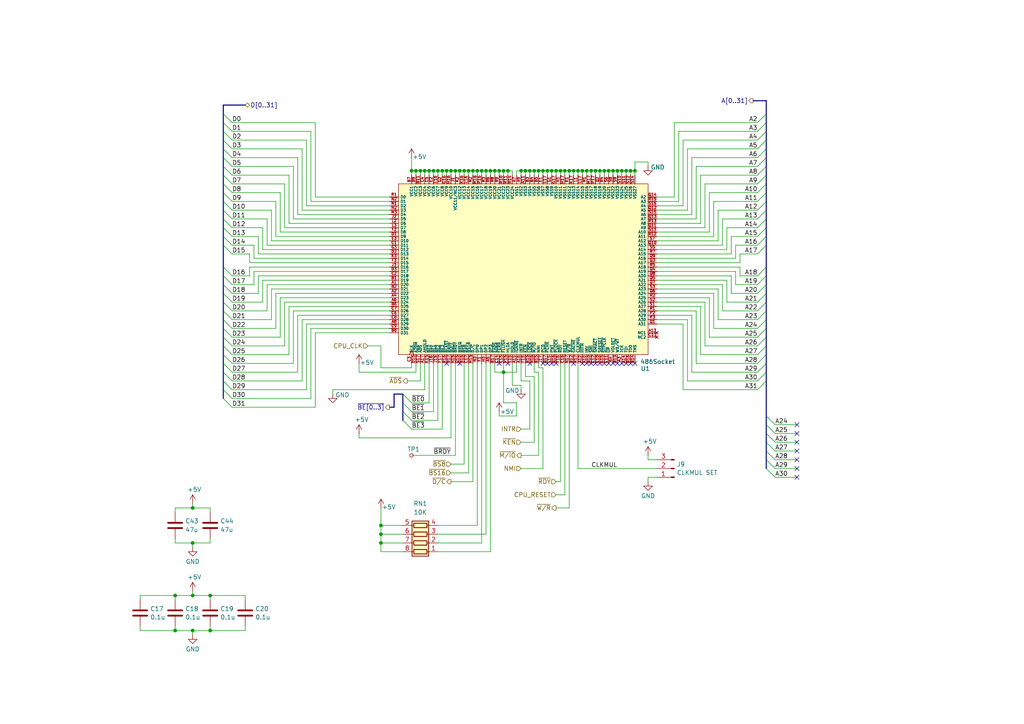
<source format=kicad_sch>
(kicad_sch (version 20250114) (generator "eeschema") (generator_version "9.0")
  (paper "A4")
  (title_block (title "486 Homebrew Computer") (date "2025-12-15") (rev "1 (sch 2.0)") (company "maniek86.xyz"))
  (junction (at 127 49.53))
  (junction (at 132.08 49.53))
  (junction (at 124.46 49.53))
  (junction (at 184.15 49.53))
  (junction (at 160.02 49.53))
  (junction (at 138.43 49.53))
  (junction (at 135.89 49.53))
  (junction (at 163.83 49.53))
  (junction (at 142.24 49.53))
  (junction (at 152.4 49.53))
  (junction (at 134.62 49.53))
  (junction (at 140.97 49.53))
  (junction (at 153.67 49.53))
  (junction (at 182.88 49.53))
  (junction (at 156.21 49.53))
  (junction (at 125.73 49.53))
  (junction (at 157.48 49.53))
  (junction (at 121.92 49.53))
  (junction (at 154.94 49.53))
  (junction (at 60.96 172.72))
  (junction (at 55.88 182.88))
  (junction (at 144.78 49.53))
  (junction (at 55.88 172.72))
  (junction (at 55.88 157.48))
  (junction (at 50.8 172.72))
  (junction (at 123.19 49.53))
  (junction (at 161.29 49.53))
  (junction (at 173.99 49.53))
  (junction (at 50.8 182.88))
  (junction (at 168.91 49.53))
  (junction (at 176.53 49.53))
  (junction (at 120.65 49.53))
  (junction (at 170.18 49.53))
  (junction (at 179.07 49.53))
  (junction (at 177.8 49.53))
  (junction (at 172.72 49.53))
  (junction (at 146.05 49.53))
  (junction (at 151.13 49.53))
  (junction (at 139.7 49.53))
  (junction (at 146.05 107.95))
  (junction (at 110.49 152.4))
  (junction (at 110.49 157.48))
  (junction (at 165.1 49.53))
  (junction (at 171.45 49.53))
  (junction (at 167.64 49.53))
  (junction (at 162.56 49.53))
  (junction (at 55.88 147.32))
  (junction (at 129.54 49.53))
  (junction (at 181.61 49.53))
  (junction (at 158.75 49.53))
  (junction (at 130.81 49.53))
  (junction (at 143.51 49.53))
  (junction (at 119.38 49.53))
  (junction (at 110.49 154.94))
  (junction (at 175.26 49.53))
  (junction (at 180.34 49.53))
  (junction (at 147.32 49.53))
  (junction (at 60.96 182.88))
  (junction (at 128.27 49.53))
  (junction (at 166.37 49.53))
  (junction (at 133.35 49.53))
  (junction (at 137.16 49.53))
  (no_connect (at 231.14 138.43))
  (no_connect (at 172.72 105.41))
  (no_connect (at 231.14 135.89))
  (no_connect (at 176.53 105.41))
  (no_connect (at 231.14 123.19))
  (no_connect (at 147.32 105.41))
  (no_connect (at 168.91 105.41))
  (no_connect (at 179.07 105.41))
  (no_connect (at 231.14 125.73))
  (no_connect (at 173.99 105.41))
  (no_connect (at 184.15 105.41))
  (no_connect (at 177.8 105.41))
  (no_connect (at 182.88 105.41))
  (no_connect (at 158.75 105.41))
  (no_connect (at 160.02 105.41))
  (no_connect (at 171.45 105.41))
  (no_connect (at 231.14 133.35))
  (no_connect (at 133.35 105.41))
  (no_connect (at 129.54 105.41))
  (no_connect (at 166.37 105.41))
  (no_connect (at 170.18 105.41))
  (no_connect (at 231.14 128.27))
  (no_connect (at 157.48 105.41))
  (no_connect (at 144.78 105.41))
  (no_connect (at 180.34 105.41))
  (no_connect (at 161.29 105.41))
  (no_connect (at 175.26 105.41))
  (no_connect (at 153.67 105.41))
  (no_connect (at 231.14 130.81))
  (no_connect (at 181.61 105.41))
  (bus_entry (at 222.25 133.35) (size 2.54 2.54))
  (bus_entry (at 67.31 66.04) (size -2.54 -2.54))
  (bus_entry (at 219.71 48.26) (size 2.54 -2.54))
  (bus_entry (at 67.31 102.87) (size -2.54 -2.54))
  (bus_entry (at 219.71 66.04) (size 2.54 -2.54))
  (bus_entry (at 67.31 53.34) (size -2.54 -2.54))
  (bus_entry (at 67.31 105.41) (size -2.54 -2.54))
  (bus_entry (at 219.71 87.63) (size 2.54 -2.54))
  (bus_entry (at 67.31 43.18) (size -2.54 -2.54))
  (bus_entry (at 67.31 92.71) (size -2.54 -2.54))
  (bus_entry (at 219.71 38.1) (size 2.54 -2.54))
  (bus_entry (at 67.31 55.88) (size -2.54 -2.54))
  (bus_entry (at 219.71 45.72) (size 2.54 -2.54))
  (bus_entry (at 67.31 80.01) (size -2.54 -2.54))
  (bus_entry (at 67.31 40.64) (size -2.54 -2.54))
  (bus_entry (at 219.71 71.12) (size 2.54 -2.54))
  (bus_entry (at 219.71 60.96) (size 2.54 -2.54))
  (bus_entry (at 219.71 55.88) (size 2.54 -2.54))
  (bus_entry (at 219.71 82.55) (size 2.54 -2.54))
  (bus_entry (at 222.25 123.19) (size 2.54 2.54))
  (bus_entry (at 222.25 125.73) (size 2.54 2.54))
  (bus_entry (at 67.31 63.5) (size -2.54 -2.54))
  (bus_entry (at 67.31 115.57) (size -2.54 -2.54))
  (bus_entry (at 222.25 135.89) (size 2.54 2.54))
  (bus_entry (at 219.71 50.8) (size 2.54 -2.54))
  (bus_entry (at 67.31 87.63) (size -2.54 -2.54))
  (bus_entry (at 119.38 121.92) (size -2.54 -2.54))
  (bus_entry (at 219.71 53.34) (size 2.54 -2.54))
  (bus_entry (at 67.31 71.12) (size -2.54 -2.54))
  (bus_entry (at 219.71 95.25) (size 2.54 -2.54))
  (bus_entry (at 67.31 85.09) (size -2.54 -2.54))
  (bus_entry (at 67.31 100.33) (size -2.54 -2.54))
  (bus_entry (at 67.31 113.03) (size -2.54 -2.54))
  (bus_entry (at 222.25 120.65) (size 2.54 2.54))
  (bus_entry (at 219.71 92.71) (size 2.54 -2.54))
  (bus_entry (at 67.31 50.8) (size -2.54 -2.54))
  (bus_entry (at 119.38 119.38) (size -2.54 -2.54))
  (bus_entry (at 219.71 107.95) (size 2.54 -2.54))
  (bus_entry (at 67.31 107.95) (size -2.54 -2.54))
  (bus_entry (at 67.31 73.66) (size -2.54 -2.54))
  (bus_entry (at 67.31 97.79) (size -2.54 -2.54))
  (bus_entry (at 222.25 130.81) (size 2.54 2.54))
  (bus_entry (at 219.71 58.42) (size 2.54 -2.54))
  (bus_entry (at 219.71 90.17) (size 2.54 -2.54))
  (bus_entry (at 119.38 124.46) (size -2.54 -2.54))
  (bus_entry (at 67.31 68.58) (size -2.54 -2.54))
  (bus_entry (at 67.31 45.72) (size -2.54 -2.54))
  (bus_entry (at 67.31 60.96) (size -2.54 -2.54))
  (bus_entry (at 219.71 43.18) (size 2.54 -2.54))
  (bus_entry (at 219.71 73.66) (size 2.54 -2.54))
  (bus_entry (at 219.71 63.5) (size 2.54 -2.54))
  (bus_entry (at 219.71 97.79) (size 2.54 -2.54))
  (bus_entry (at 219.71 40.64) (size 2.54 -2.54))
  (bus_entry (at 67.31 110.49) (size -2.54 -2.54))
  (bus_entry (at 219.71 102.87) (size 2.54 -2.54))
  (bus_entry (at 219.71 80.01) (size 2.54 -2.54))
  (bus_entry (at 219.71 110.49) (size 2.54 -2.54))
  (bus_entry (at 119.38 116.84) (size -2.54 -2.54))
  (bus_entry (at 219.71 68.58) (size 2.54 -2.54))
  (bus_entry (at 67.31 95.25) (size -2.54 -2.54))
  (bus_entry (at 67.31 58.42) (size -2.54 -2.54))
  (bus_entry (at 67.31 118.11) (size -2.54 -2.54))
  (bus_entry (at 219.71 35.56) (size 2.54 -2.54))
  (bus_entry (at 219.71 85.09) (size 2.54 -2.54))
  (bus_entry (at 67.31 82.55) (size -2.54 -2.54))
  (bus_entry (at 67.31 48.26) (size -2.54 -2.54))
  (bus_entry (at 219.71 105.41) (size 2.54 -2.54))
  (bus_entry (at 67.31 35.56) (size -2.54 -2.54))
  (bus_entry (at 67.31 90.17) (size -2.54 -2.54))
  (bus_entry (at 219.71 100.33) (size 2.54 -2.54))
  (bus_entry (at 219.71 113.03) (size 2.54 -2.54))
  (bus_entry (at 67.31 38.1) (size -2.54 -2.54))
  (bus_entry (at 222.25 128.27) (size 2.54 2.54))
  (wire (pts (xy 67.31 60.96) (xy 78.74 60.96)))
  (bus (pts (xy 222.25 29.21) (xy 218.44 29.21)))
  (wire (pts (xy 177.8 49.53) (xy 177.8 50.8)))
  (wire (pts (xy 80.01 85.09) (xy 113.03 85.09)))
  (wire (pts (xy 213.36 74.93) (xy 190.5 74.93)))
  (wire (pts (xy 149.86 49.53) (xy 149.86 50.8)))
  (wire (pts (xy 124.46 105.41) (xy 124.46 116.84)))
  (wire (pts (xy 73.66 78.74) (xy 73.66 82.55)))
  (wire (pts (xy 167.64 105.41) (xy 167.64 135.89)))
  (wire (pts (xy 148.59 49.53) (xy 148.59 50.8)))
  (wire (pts (xy 91.44 57.15) (xy 91.44 35.56)))
  (wire (pts (xy 165.1 49.53) (xy 165.1 50.8)))
  (wire (pts (xy 67.31 66.04) (xy 76.2 66.04)))
  (wire (pts (xy 198.12 40.64) (xy 198.12 59.69)))
  (wire (pts (xy 147.32 49.53) (xy 147.32 50.8)))
  (wire (pts (xy 142.24 105.41) (xy 142.24 160.02)))
  (bus (pts (xy 64.77 92.71) (xy 64.77 90.17)))
  (wire (pts (xy 175.26 49.53) (xy 173.99 49.53)))
  (wire (pts (xy 187.96 133.35) (xy 190.5 133.35)))
  (wire (pts (xy 67.31 90.17) (xy 77.47 90.17)))
  (wire (pts (xy 86.36 107.95) (xy 86.36 91.44)))
  (wire (pts (xy 151.13 124.46) (xy 153.67 124.46)))
  (wire (pts (xy 130.81 105.41) (xy 130.81 127)))
  (wire (pts (xy 40.64 181.61) (xy 40.64 182.88)))
  (wire (pts (xy 110.49 154.94) (xy 110.49 157.48)))
  (wire (pts (xy 200.66 45.72) (xy 200.66 62.23)))
  (wire (pts (xy 67.31 53.34) (xy 82.55 53.34)))
  (wire (pts (xy 137.16 105.41) (xy 137.16 139.7)))
  (wire (pts (xy 72.39 73.66) (xy 72.39 76.2)))
  (wire (pts (xy 110.49 154.94) (xy 116.84 154.94)))
  (wire (pts (xy 171.45 49.53) (xy 170.18 49.53)))
  (wire (pts (xy 130.81 134.62) (xy 134.62 134.62)))
  (wire (pts (xy 199.39 92.71) (xy 199.39 110.49)))
  (wire (pts (xy 162.56 105.41) (xy 162.56 139.7)))
  (wire (pts (xy 219.71 48.26) (xy 201.93 48.26)))
  (wire (pts (xy 157.48 49.53) (xy 156.21 49.53)))
  (wire (pts (xy 83.82 64.77) (xy 113.03 64.77)))
  (wire (pts (xy 50.8 182.88) (xy 40.64 182.88)))
  (bus (pts (xy 64.77 71.12) (xy 64.77 68.58)))
  (bus (pts (xy 222.25 82.55) (xy 222.25 80.01)))
  (wire (pts (xy 205.74 55.88) (xy 205.74 67.31)))
  (wire (pts (xy 158.75 49.53) (xy 158.75 50.8)))
  (bus (pts (xy 222.25 45.72) (xy 222.25 43.18)))
  (wire (pts (xy 181.61 49.53) (xy 181.61 50.8)))
  (bus (pts (xy 222.25 71.12) (xy 222.25 68.58)))
  (wire (pts (xy 151.13 135.89) (xy 157.48 135.89)))
  (wire (pts (xy 148.59 49.53) (xy 147.32 49.53)))
  (wire (pts (xy 86.36 45.72) (xy 86.36 62.23)))
  (wire (pts (xy 55.88 184.15) (xy 55.88 182.88)))
  (wire (pts (xy 219.71 92.71) (xy 208.28 92.71)))
  (wire (pts (xy 121.92 105.41) (xy 121.92 110.49)))
  (wire (pts (xy 67.31 58.42) (xy 80.01 58.42)))
  (bus (pts (xy 222.25 66.04) (xy 222.25 63.5)))
  (wire (pts (xy 162.56 49.53) (xy 162.56 50.8)))
  (wire (pts (xy 76.2 72.39) (xy 113.03 72.39)))
  (wire (pts (xy 149.86 107.95) (xy 149.86 105.41)))
  (wire (pts (xy 50.8 147.32) (xy 50.8 148.59)))
  (wire (pts (xy 153.67 110.49) (xy 151.13 110.49)))
  (wire (pts (xy 110.49 157.48) (xy 116.84 157.48)))
  (wire (pts (xy 219.71 107.95) (xy 200.66 107.95)))
  (wire (pts (xy 73.66 74.93) (xy 73.66 71.12)))
  (wire (pts (xy 190.5 93.98) (xy 198.12 93.98)))
  (bus (pts (xy 222.25 43.18) (xy 222.25 40.64)))
  (wire (pts (xy 146.05 116.84) (xy 149.86 116.84)))
  (wire (pts (xy 81.28 67.31) (xy 81.28 55.88)))
  (wire (pts (xy 219.71 71.12) (xy 213.36 71.12)))
  (wire (pts (xy 208.28 83.82) (xy 208.28 92.71)))
  (wire (pts (xy 204.47 100.33) (xy 204.47 87.63)))
  (wire (pts (xy 154.94 49.53) (xy 153.67 49.53)))
  (wire (pts (xy 143.51 105.41) (xy 143.51 107.95)))
  (bus (pts (xy 64.77 110.49) (xy 64.77 107.95)))
  (bus (pts (xy 64.77 33.02) (xy 64.77 30.48)))
  (bus (pts (xy 64.77 85.09) (xy 64.77 82.55)))
  (wire (pts (xy 201.93 63.5) (xy 201.93 48.26)))
  (wire (pts (xy 88.9 113.03) (xy 88.9 93.98)))
  (wire (pts (xy 130.81 127) (xy 104.14 127)))
  (wire (pts (xy 67.31 50.8) (xy 83.82 50.8)))
  (wire (pts (xy 129.54 49.53) (xy 128.27 49.53)))
  (wire (pts (xy 224.79 123.19) (xy 231.14 123.19)))
  (wire (pts (xy 187.96 132.08) (xy 187.96 133.35)))
  (wire (pts (xy 182.88 49.53) (xy 181.61 49.53)))
  (wire (pts (xy 187.96 48.26) (xy 187.96 46.99)))
  (wire (pts (xy 158.75 49.53) (xy 157.48 49.53)))
  (wire (pts (xy 210.82 66.04) (xy 210.82 72.39)))
  (bus (pts (xy 222.25 50.8) (xy 222.25 48.26)))
  (wire (pts (xy 210.82 81.28) (xy 210.82 87.63)))
  (wire (pts (xy 142.24 49.53) (xy 140.97 49.53)))
  (wire (pts (xy 166.37 49.53) (xy 165.1 49.53)))
  (wire (pts (xy 76.2 72.39) (xy 76.2 66.04)))
  (wire (pts (xy 154.94 109.22) (xy 154.94 128.27)))
  (wire (pts (xy 67.31 115.57) (xy 90.17 115.57)))
  (wire (pts (xy 163.83 105.41) (xy 163.83 143.51)))
  (wire (pts (xy 219.71 87.63) (xy 210.82 87.63)))
  (wire (pts (xy 148.59 105.41) (xy 148.59 111.76)))
  (wire (pts (xy 144.78 49.53) (xy 144.78 50.8)))
  (wire (pts (xy 82.55 87.63) (xy 113.03 87.63)))
  (bus (pts (xy 64.77 90.17) (xy 64.77 87.63)))
  (wire (pts (xy 110.49 106.68) (xy 119.38 106.68)))
  (wire (pts (xy 67.31 95.25) (xy 80.01 95.25)))
  (wire (pts (xy 119.38 49.53) (xy 119.38 50.8)))
  (wire (pts (xy 199.39 60.96) (xy 199.39 43.18)))
  (wire (pts (xy 67.31 63.5) (xy 77.47 63.5)))
  (wire (pts (xy 161.29 49.53) (xy 161.29 50.8)))
  (wire (pts (xy 67.31 100.33) (xy 82.55 100.33)))
  (wire (pts (xy 127 154.94) (xy 140.97 154.94)))
  (bus (pts (xy 222.25 35.56) (xy 222.25 33.02)))
  (wire (pts (xy 198.12 59.69) (xy 190.5 59.69)))
  (wire (pts (xy 168.91 49.53) (xy 167.64 49.53)))
  (wire (pts (xy 50.8 147.32) (xy 55.88 147.32)))
  (wire (pts (xy 67.31 35.56) (xy 91.44 35.56)))
  (wire (pts (xy 130.81 49.53) (xy 132.08 49.53)))
  (wire (pts (xy 83.82 64.77) (xy 83.82 50.8)))
  (wire (pts (xy 219.71 102.87) (xy 203.2 102.87)))
  (wire (pts (xy 127 157.48) (xy 139.7 157.48)))
  (wire (pts (xy 67.31 110.49) (xy 87.63 110.49)))
  (wire (pts (xy 76.2 87.63) (xy 76.2 81.28)))
  (wire (pts (xy 60.96 181.61) (xy 60.96 182.88)))
  (bus (pts (xy 222.25 58.42) (xy 222.25 55.88)))
  (wire (pts (xy 187.96 138.43) (xy 190.5 138.43)))
  (wire (pts (xy 168.91 49.53) (xy 168.91 50.8)))
  (wire (pts (xy 91.44 57.15) (xy 113.03 57.15)))
  (wire (pts (xy 219.71 97.79) (xy 205.74 97.79)))
  (wire (pts (xy 81.28 97.79) (xy 81.28 86.36)))
  (wire (pts (xy 140.97 49.53) (xy 139.7 49.53)))
  (wire (pts (xy 184.15 49.53) (xy 182.88 49.53)))
  (wire (pts (xy 214.63 73.66) (xy 219.71 73.66)))
  (wire (pts (xy 219.71 68.58) (xy 212.09 68.58)))
  (wire (pts (xy 85.09 48.26) (xy 85.09 63.5)))
  (bus (pts (xy 222.25 85.09) (xy 222.25 82.55)))
  (wire (pts (xy 80.01 85.09) (xy 80.01 95.25)))
  (bus (pts (xy 222.25 120.65) (xy 222.25 123.19)))
  (wire (pts (xy 147.32 49.53) (xy 146.05 49.53)))
  (wire (pts (xy 67.31 85.09) (xy 74.93 85.09)))
  (wire (pts (xy 214.63 77.47) (xy 190.5 77.47)))
  (wire (pts (xy 203.2 50.8) (xy 203.2 64.77)))
  (wire (pts (xy 67.31 68.58) (xy 74.93 68.58)))
  (wire (pts (xy 50.8 181.61) (xy 50.8 182.88)))
  (wire (pts (xy 74.93 68.58) (xy 74.93 73.66)))
  (wire (pts (xy 40.64 172.72) (xy 40.64 173.99)))
  (wire (pts (xy 196.85 58.42) (xy 196.85 38.1)))
  (bus (pts (xy 222.25 123.19) (xy 222.25 125.73)))
  (wire (pts (xy 91.44 96.52) (xy 113.03 96.52)))
  (wire (pts (xy 149.86 120.65) (xy 149.86 116.84)))
  (wire (pts (xy 207.01 85.09) (xy 190.5 85.09)))
  (bus (pts (xy 64.77 77.47) (xy 64.77 71.12)))
  (wire (pts (xy 76.2 81.28) (xy 113.03 81.28)))
  (wire (pts (xy 171.45 49.53) (xy 171.45 50.8)))
  (wire (pts (xy 219.71 113.03) (xy 198.12 113.03)))
  (wire (pts (xy 204.47 66.04) (xy 204.47 53.34)))
  (bus (pts (xy 64.77 115.57) (xy 64.77 113.03)))
  (wire (pts (xy 146.05 49.53) (xy 144.78 49.53)))
  (wire (pts (xy 152.4 109.22) (xy 154.94 109.22)))
  (wire (pts (xy 153.67 49.53) (xy 152.4 49.53)))
  (wire (pts (xy 219.71 40.64) (xy 198.12 40.64)))
  (wire (pts (xy 119.38 124.46) (xy 128.27 124.46)))
  (wire (pts (xy 137.16 49.53) (xy 138.43 49.53)))
  (wire (pts (xy 190.5 63.5) (xy 201.93 63.5)))
  (bus (pts (xy 64.77 100.33) (xy 64.77 97.79)))
  (wire (pts (xy 88.9 93.98) (xy 113.03 93.98)))
  (bus (pts (xy 64.77 95.25) (xy 64.77 92.71)))
  (wire (pts (xy 180.34 49.53) (xy 179.07 49.53)))
  (wire (pts (xy 163.83 49.53) (xy 163.83 50.8)))
  (wire (pts (xy 123.19 105.41) (xy 123.19 113.03)))
  (wire (pts (xy 118.11 110.49) (xy 121.92 110.49)))
  (wire (pts (xy 144.78 49.53) (xy 143.51 49.53)))
  (wire (pts (xy 127 49.53) (xy 127 50.8)))
  (wire (pts (xy 190.5 58.42) (xy 196.85 58.42)))
  (wire (pts (xy 213.36 78.74) (xy 213.36 82.55)))
  (wire (pts (xy 187.96 46.99) (xy 184.15 46.99)))
  (wire (pts (xy 180.34 49.53) (xy 180.34 50.8)))
  (wire (pts (xy 219.71 90.17) (xy 209.55 90.17)))
  (wire (pts (xy 123.19 49.53) (xy 121.92 49.53)))
  (wire (pts (xy 154.94 107.95) (xy 156.21 107.95)))
  (bus (pts (xy 64.77 58.42) (xy 64.77 55.88)))
  (wire (pts (xy 78.74 69.85) (xy 113.03 69.85)))
  (wire (pts (xy 90.17 58.42) (xy 90.17 38.1)))
  (wire (pts (xy 132.08 49.53) (xy 132.08 50.8)))
  (wire (pts (xy 224.79 130.81) (xy 231.14 130.81)))
  (wire (pts (xy 151.13 111.76) (xy 148.59 111.76)))
  (wire (pts (xy 60.96 172.72) (xy 71.12 172.72)))
  (wire (pts (xy 71.12 182.88) (xy 60.96 182.88)))
  (wire (pts (xy 219.71 58.42) (xy 207.01 58.42)))
  (wire (pts (xy 110.49 157.48) (xy 110.49 160.02)))
  (bus (pts (xy 222.25 100.33) (xy 222.25 97.79)))
  (wire (pts (xy 80.01 58.42) (xy 80.01 68.58)))
  (wire (pts (xy 73.66 74.93) (xy 113.03 74.93)))
  (wire (pts (xy 88.9 59.69) (xy 113.03 59.69)))
  (wire (pts (xy 130.81 139.7) (xy 137.16 139.7)))
  (wire (pts (xy 224.79 138.43) (xy 231.14 138.43)))
  (wire (pts (xy 201.93 90.17) (xy 190.5 90.17)))
  (wire (pts (xy 212.09 80.01) (xy 190.5 80.01)))
  (wire (pts (xy 152.4 49.53) (xy 151.13 49.53)))
  (wire (pts (xy 116.84 160.02) (xy 110.49 160.02)))
  (wire (pts (xy 200.66 62.23) (xy 190.5 62.23)))
  (wire (pts (xy 162.56 49.53) (xy 161.29 49.53)))
  (wire (pts (xy 166.37 49.53) (xy 166.37 50.8)))
  (bus (pts (xy 114.3 114.3) (xy 114.3 118.11)))
  (wire (pts (xy 207.01 68.58) (xy 207.01 58.42)))
  (wire (pts (xy 219.71 110.49) (xy 199.39 110.49)))
  (bus (pts (xy 222.25 33.02) (xy 222.25 29.21)))
  (wire (pts (xy 87.63 60.96) (xy 113.03 60.96)))
  (wire (pts (xy 104.14 127) (xy 104.14 125.73)))
  (bus (pts (xy 64.77 45.72) (xy 64.77 43.18)))
  (wire (pts (xy 161.29 139.7) (xy 162.56 139.7)))
  (wire (pts (xy 161.29 143.51) (xy 163.83 143.51)))
  (wire (pts (xy 67.31 107.95) (xy 86.36 107.95)))
  (wire (pts (xy 170.18 49.53) (xy 170.18 50.8)))
  (wire (pts (xy 219.71 82.55) (xy 213.36 82.55)))
  (wire (pts (xy 106.68 100.33) (xy 110.49 100.33)))
  (wire (pts (xy 214.63 76.2) (xy 214.63 73.66)))
  (wire (pts (xy 161.29 147.32) (xy 165.1 147.32)))
  (wire (pts (xy 182.88 49.53) (xy 182.88 50.8)))
  (wire (pts (xy 153.67 49.53) (xy 153.67 50.8)))
  (bus (pts (xy 222.25 110.49) (xy 222.25 120.65)))
  (wire (pts (xy 160.02 49.53) (xy 158.75 49.53)))
  (wire (pts (xy 179.07 49.53) (xy 179.07 50.8)))
  (bus (pts (xy 64.77 102.87) (xy 64.77 100.33)))
  (wire (pts (xy 81.28 86.36) (xy 113.03 86.36)))
  (wire (pts (xy 121.92 49.53) (xy 121.92 50.8)))
  (wire (pts (xy 67.31 73.66) (xy 72.39 73.66)))
  (wire (pts (xy 154.94 49.53) (xy 154.94 50.8)))
  (bus (pts (xy 222.25 92.71) (xy 222.25 90.17)))
  (wire (pts (xy 74.93 80.01) (xy 113.03 80.01)))
  (wire (pts (xy 165.1 105.41) (xy 165.1 147.32)))
  (wire (pts (xy 172.72 49.53) (xy 172.72 50.8)))
  (wire (pts (xy 123.19 49.53) (xy 123.19 50.8)))
  (wire (pts (xy 67.31 71.12) (xy 73.66 71.12)))
  (wire (pts (xy 212.09 85.09) (xy 212.09 80.01)))
  (wire (pts (xy 86.36 62.23) (xy 113.03 62.23)))
  (wire (pts (xy 86.36 91.44) (xy 113.03 91.44)))
  (wire (pts (xy 55.88 171.45) (xy 55.88 172.72)))
  (wire (pts (xy 219.71 50.8) (xy 203.2 50.8)))
  (wire (pts (xy 125.73 119.38) (xy 125.73 105.41)))
  (wire (pts (xy 60.96 172.72) (xy 60.96 173.99)))
  (bus (pts (xy 222.25 110.49) (xy 222.25 107.95)))
  (wire (pts (xy 156.21 49.53) (xy 154.94 49.53)))
  (wire (pts (xy 82.55 53.34) (xy 82.55 66.04)))
  (wire (pts (xy 50.8 172.72) (xy 55.88 172.72)))
  (wire (pts (xy 219.71 66.04) (xy 210.82 66.04)))
  (wire (pts (xy 167.64 49.53) (xy 167.64 50.8)))
  (wire (pts (xy 163.83 49.53) (xy 162.56 49.53)))
  (wire (pts (xy 110.49 100.33) (xy 110.49 106.68)))
  (wire (pts (xy 224.79 135.89) (xy 231.14 135.89)))
  (wire (pts (xy 55.88 147.32) (xy 60.96 147.32)))
  (wire (pts (xy 134.62 49.53) (xy 134.62 50.8)))
  (wire (pts (xy 72.39 77.47) (xy 72.39 80.01)))
  (wire (pts (xy 134.62 105.41) (xy 134.62 134.62)))
  (wire (pts (xy 55.88 157.48) (xy 50.8 157.48)))
  (wire (pts (xy 190.5 71.12) (xy 209.55 71.12)))
  (wire (pts (xy 120.65 105.41) (xy 120.65 107.95)))
  (wire (pts (xy 219.71 38.1) (xy 196.85 38.1)))
  (bus (pts (xy 64.77 53.34) (xy 64.77 50.8)))
  (wire (pts (xy 124.46 49.53) (xy 125.73 49.53)))
  (wire (pts (xy 207.01 95.25) (xy 207.01 85.09)))
  (wire (pts (xy 74.93 73.66) (xy 113.03 73.66)))
  (wire (pts (xy 224.79 133.35) (xy 231.14 133.35)))
  (wire (pts (xy 55.88 158.75) (xy 55.88 157.48)))
  (bus (pts (xy 71.12 30.48) (xy 64.77 30.48)))
  (wire (pts (xy 195.58 57.15) (xy 190.5 57.15)))
  (wire (pts (xy 152.4 49.53) (xy 152.4 50.8)))
  (wire (pts (xy 144.78 120.65) (xy 149.86 120.65)))
  (bus (pts (xy 64.77 55.88) (xy 64.77 53.34)))
  (wire (pts (xy 151.13 49.53) (xy 149.86 49.53)))
  (wire (pts (xy 219.71 53.34) (xy 204.47 53.34)))
  (wire (pts (xy 205.74 86.36) (xy 205.74 97.79)))
  (wire (pts (xy 134.62 49.53) (xy 135.89 49.53)))
  (bus (pts (xy 64.77 40.64) (xy 64.77 38.1)))
  (wire (pts (xy 110.49 152.4) (xy 116.84 152.4)))
  (wire (pts (xy 184.15 50.8) (xy 184.15 49.53)))
  (wire (pts (xy 209.55 90.17) (xy 209.55 82.55)))
  (wire (pts (xy 213.36 74.93) (xy 213.36 71.12)))
  (wire (pts (xy 132.08 49.53) (xy 133.35 49.53)))
  (bus (pts (xy 222.25 80.01) (xy 222.25 77.47)))
  (wire (pts (xy 138.43 49.53) (xy 138.43 50.8)))
  (wire (pts (xy 146.05 49.53) (xy 146.05 50.8)))
  (wire (pts (xy 119.38 116.84) (xy 124.46 116.84)))
  (wire (pts (xy 67.31 87.63) (xy 76.2 87.63)))
  (wire (pts (xy 60.96 157.48) (xy 55.88 157.48)))
  (wire (pts (xy 143.51 49.53) (xy 143.51 50.8)))
  (wire (pts (xy 124.46 49.53) (xy 124.46 50.8)))
  (wire (pts (xy 165.1 49.53) (xy 163.83 49.53)))
  (wire (pts (xy 144.78 119.38) (xy 144.78 120.65)))
  (wire (pts (xy 140.97 49.53) (xy 140.97 50.8)))
  (bus (pts (xy 64.77 66.04) (xy 64.77 63.5)))
  (wire (pts (xy 204.47 87.63) (xy 190.5 87.63)))
  (wire (pts (xy 135.89 49.53) (xy 135.89 50.8)))
  (wire (pts (xy 170.18 49.53) (xy 168.91 49.53)))
  (wire (pts (xy 152.4 105.41) (xy 152.4 109.22)))
  (wire (pts (xy 85.09 90.17) (xy 85.09 105.41)))
  (wire (pts (xy 156.21 49.53) (xy 156.21 50.8)))
  (wire (pts (xy 201.93 105.41) (xy 201.93 90.17)))
  (wire (pts (xy 190.5 66.04) (xy 204.47 66.04)))
  (wire (pts (xy 72.39 80.01) (xy 67.31 80.01)))
  (wire (pts (xy 123.19 49.53) (xy 124.46 49.53)))
  (wire (pts (xy 142.24 49.53) (xy 142.24 50.8)))
  (wire (pts (xy 190.5 92.71) (xy 199.39 92.71)))
  (wire (pts (xy 190.5 68.58) (xy 207.01 68.58)))
  (bus (pts (xy 64.77 82.55) (xy 64.77 80.01)))
  (wire (pts (xy 67.31 43.18) (xy 87.63 43.18)))
  (bus (pts (xy 222.25 90.17) (xy 222.25 87.63)))
  (wire (pts (xy 83.82 88.9) (xy 113.03 88.9)))
  (wire (pts (xy 208.28 69.85) (xy 190.5 69.85)))
  (wire (pts (xy 143.51 107.95) (xy 146.05 107.95)))
  (wire (pts (xy 203.2 88.9) (xy 203.2 102.87)))
  (wire (pts (xy 184.15 46.99) (xy 184.15 49.53)))
  (wire (pts (xy 55.88 146.05) (xy 55.88 147.32)))
  (wire (pts (xy 209.55 82.55) (xy 190.5 82.55)))
  (wire (pts (xy 88.9 40.64) (xy 88.9 59.69)))
  (wire (pts (xy 127 105.41) (xy 127 121.92)))
  (wire (pts (xy 78.74 69.85) (xy 78.74 60.96)))
  (wire (pts (xy 127 152.4) (xy 138.43 152.4)))
  (wire (pts (xy 205.74 67.31) (xy 190.5 67.31)))
  (wire (pts (xy 127 160.02) (xy 142.24 160.02)))
  (wire (pts (xy 167.64 49.53) (xy 166.37 49.53)))
  (wire (pts (xy 151.13 132.08) (xy 156.21 132.08)))
  (wire (pts (xy 219.71 85.09) (xy 212.09 85.09)))
  (wire (pts (xy 173.99 49.53) (xy 173.99 50.8)))
  (wire (pts (xy 135.89 105.41) (xy 135.89 137.16)))
  (wire (pts (xy 60.96 156.21) (xy 60.96 157.48)))
  (wire (pts (xy 142.24 49.53) (xy 143.51 49.53)))
  (wire (pts (xy 157.48 49.53) (xy 157.48 50.8)))
  (wire (pts (xy 90.17 95.25) (xy 90.17 115.57)))
  (bus (pts (xy 64.77 97.79) (xy 64.77 95.25)))
  (wire (pts (xy 187.96 139.7) (xy 187.96 138.43)))
  (wire (pts (xy 146.05 107.95) (xy 149.86 107.95)))
  (wire (pts (xy 81.28 67.31) (xy 113.03 67.31)))
  (bus (pts (xy 64.77 107.95) (xy 64.77 105.41)))
  (wire (pts (xy 80.01 68.58) (xy 113.03 68.58)))
  (bus (pts (xy 64.77 60.96) (xy 64.77 58.42)))
  (wire (pts (xy 190.5 60.96) (xy 199.39 60.96)))
  (wire (pts (xy 161.29 49.53) (xy 160.02 49.53)))
  (wire (pts (xy 154.94 105.41) (xy 154.94 107.95)))
  (wire (pts (xy 190.5 78.74) (xy 213.36 78.74)))
  (wire (pts (xy 90.17 95.25) (xy 113.03 95.25)))
  (wire (pts (xy 133.35 49.53) (xy 133.35 50.8)))
  (wire (pts (xy 219.71 55.88) (xy 205.74 55.88)))
  (wire (pts (xy 224.79 128.27) (xy 231.14 128.27)))
  (wire (pts (xy 157.48 106.68) (xy 157.48 135.89)))
  (bus (pts (xy 64.77 105.41) (xy 64.77 102.87)))
  (wire (pts (xy 67.31 118.11) (xy 91.44 118.11)))
  (wire (pts (xy 96.52 113.03) (xy 123.19 113.03)))
  (wire (pts (xy 156.21 105.41) (xy 156.21 106.68)))
  (wire (pts (xy 67.31 55.88) (xy 81.28 55.88)))
  (wire (pts (xy 67.31 105.41) (xy 85.09 105.41)))
  (wire (pts (xy 138.43 49.53) (xy 139.7 49.53)))
  (wire (pts (xy 151.13 128.27) (xy 154.94 128.27)))
  (wire (pts (xy 176.53 49.53) (xy 175.26 49.53)))
  (bus (pts (xy 116.84 114.3) (xy 116.84 116.84)))
  (wire (pts (xy 156.21 107.95) (xy 156.21 132.08)))
  (bus (pts (xy 113.03 118.11) (xy 114.3 118.11)))
  (wire (pts (xy 175.26 49.53) (xy 175.26 50.8)))
  (wire (pts (xy 71.12 172.72) (xy 71.12 173.99)))
  (wire (pts (xy 67.31 38.1) (xy 90.17 38.1)))
  (wire (pts (xy 77.47 82.55) (xy 113.03 82.55)))
  (wire (pts (xy 74.93 80.01) (xy 74.93 85.09)))
  (wire (pts (xy 151.13 113.03) (xy 151.13 111.76)))
  (wire (pts (xy 85.09 63.5) (xy 113.03 63.5)))
  (wire (pts (xy 200.66 107.95) (xy 200.66 91.44)))
  (wire (pts (xy 138.43 105.41) (xy 138.43 152.4)))
  (bus (pts (xy 222.25 133.35) (xy 222.25 135.89)))
  (wire (pts (xy 132.08 132.08) (xy 132.08 105.41)))
  (wire (pts (xy 130.81 49.53) (xy 130.81 50.8)))
  (wire (pts (xy 90.17 58.42) (xy 113.03 58.42)))
  (wire (pts (xy 55.88 172.72) (xy 60.96 172.72)))
  (wire (pts (xy 214.63 80.01) (xy 214.63 77.47)))
  (wire (pts (xy 120.65 49.53) (xy 121.92 49.53)))
  (wire (pts (xy 219.71 95.25) (xy 207.01 95.25)))
  (wire (pts (xy 200.66 91.44) (xy 190.5 91.44)))
  (bus (pts (xy 222.25 105.41) (xy 222.25 102.87)))
  (wire (pts (xy 173.99 49.53) (xy 172.72 49.53)))
  (wire (pts (xy 40.64 172.72) (xy 50.8 172.72)))
  (wire (pts (xy 190.5 83.82) (xy 208.28 83.82)))
  (bus (pts (xy 222.25 102.87) (xy 222.25 100.33)))
  (wire (pts (xy 137.16 49.53) (xy 137.16 50.8)))
  (wire (pts (xy 67.31 45.72) (xy 86.36 45.72)))
  (wire (pts (xy 50.8 156.21) (xy 50.8 157.48)))
  (bus (pts (xy 222.25 77.47) (xy 222.25 71.12)))
  (bus (pts (xy 222.25 40.64) (xy 222.25 38.1)))
  (bus (pts (xy 222.25 125.73) (xy 222.25 128.27)))
  (bus (pts (xy 114.3 114.3) (xy 116.84 114.3)))
  (bus (pts (xy 222.25 48.26) (xy 222.25 45.72)))
  (wire (pts (xy 55.88 182.88) (xy 50.8 182.88)))
  (wire (pts (xy 130.81 137.16) (xy 135.89 137.16)))
  (wire (pts (xy 219.71 45.72) (xy 200.66 45.72)))
  (wire (pts (xy 119.38 45.72) (xy 119.38 49.53)))
  (wire (pts (xy 119.38 106.68) (xy 119.38 105.41)))
  (wire (pts (xy 50.8 172.72) (xy 50.8 173.99)))
  (wire (pts (xy 210.82 72.39) (xy 190.5 72.39)))
  (wire (pts (xy 219.71 35.56) (xy 195.58 35.56)))
  (wire (pts (xy 60.96 182.88) (xy 55.88 182.88)))
  (wire (pts (xy 129.54 49.53) (xy 130.81 49.53)))
  (wire (pts (xy 67.31 40.64) (xy 88.9 40.64)))
  (bus (pts (xy 222.25 95.25) (xy 222.25 92.71)))
  (bus (pts (xy 64.77 68.58) (xy 64.77 66.04)))
  (wire (pts (xy 73.66 78.74) (xy 113.03 78.74)))
  (bus (pts (xy 222.25 55.88) (xy 222.25 53.34)))
  (wire (pts (xy 87.63 92.71) (xy 113.03 92.71)))
  (wire (pts (xy 96.52 113.03) (xy 96.52 114.3)))
  (wire (pts (xy 179.07 49.53) (xy 177.8 49.53)))
  (wire (pts (xy 67.31 82.55) (xy 73.66 82.55)))
  (wire (pts (xy 219.71 100.33) (xy 204.47 100.33)))
  (bus (pts (xy 64.77 113.03) (xy 64.77 110.49)))
  (bus (pts (xy 64.77 63.5) (xy 64.77 60.96)))
  (wire (pts (xy 110.49 147.32) (xy 110.49 152.4)))
  (bus (pts (xy 222.25 87.63) (xy 222.25 85.09)))
  (wire (pts (xy 209.55 71.12) (xy 209.55 63.5)))
  (wire (pts (xy 104.14 107.95) (xy 104.14 105.41)))
  (wire (pts (xy 91.44 118.11) (xy 91.44 96.52)))
  (wire (pts (xy 146.05 105.41) (xy 146.05 107.95)))
  (wire (pts (xy 119.38 132.08) (xy 132.08 132.08)))
  (wire (pts (xy 153.67 124.46) (xy 153.67 110.49)))
  (wire (pts (xy 146.05 107.95) (xy 146.05 116.84)))
  (wire (pts (xy 127 121.92) (xy 119.38 121.92)))
  (wire (pts (xy 77.47 63.5) (xy 77.47 71.12)))
  (wire (pts (xy 127 49.53) (xy 128.27 49.53)))
  (wire (pts (xy 127 49.53) (xy 125.73 49.53)))
  (wire (pts (xy 72.39 76.2) (xy 113.03 76.2)))
  (bus (pts (xy 222.25 63.5) (xy 222.25 60.96)))
  (wire (pts (xy 120.65 49.53) (xy 119.38 49.53)))
  (wire (pts (xy 224.79 125.73) (xy 231.14 125.73)))
  (bus (pts (xy 64.77 43.18) (xy 64.77 40.64)))
  (bus (pts (xy 222.25 128.27) (xy 222.25 130.81)))
  (wire (pts (xy 67.31 48.26) (xy 85.09 48.26)))
  (wire (pts (xy 198.12 113.03) (xy 198.12 93.98)))
  (wire (pts (xy 195.58 35.56) (xy 195.58 57.15)))
  (wire (pts (xy 82.55 87.63) (xy 82.55 100.33)))
  (wire (pts (xy 140.97 105.41) (xy 140.97 154.94)))
  (wire (pts (xy 219.71 80.01) (xy 214.63 80.01)))
  (wire (pts (xy 110.49 152.4) (xy 110.49 154.94)))
  (bus (pts (xy 64.77 48.26) (xy 64.77 45.72)))
  (wire (pts (xy 87.63 92.71) (xy 87.63 110.49)))
  (bus (pts (xy 222.25 130.81) (xy 222.25 133.35)))
  (wire (pts (xy 190.5 73.66) (xy 212.09 73.66)))
  (wire (pts (xy 176.53 49.53) (xy 176.53 50.8)))
  (wire (pts (xy 85.09 90.17) (xy 113.03 90.17)))
  (wire (pts (xy 77.47 71.12) (xy 113.03 71.12)))
  (wire (pts (xy 67.31 113.03) (xy 88.9 113.03)))
  (wire (pts (xy 67.31 97.79) (xy 81.28 97.79)))
  (wire (pts (xy 72.39 77.47) (xy 113.03 77.47)))
  (wire (pts (xy 87.63 60.96) (xy 87.63 43.18)))
  (wire (pts (xy 172.72 49.53) (xy 171.45 49.53)))
  (wire (pts (xy 219.71 105.41) (xy 201.93 105.41)))
  (bus (pts (xy 64.77 50.8) (xy 64.77 48.26)))
  (wire (pts (xy 208.28 60.96) (xy 208.28 69.85)))
  (wire (pts (xy 125.73 49.53) (xy 125.73 50.8)))
  (bus (pts (xy 116.84 119.38) (xy 116.84 121.92)))
  (wire (pts (xy 167.64 135.89) (xy 190.5 135.89)))
  (wire (pts (xy 78.74 83.82) (xy 113.03 83.82)))
  (wire (pts (xy 139.7 105.41) (xy 139.7 157.48)))
  (wire (pts (xy 71.12 181.61) (xy 71.12 182.88)))
  (wire (pts (xy 60.96 147.32) (xy 60.96 148.59)))
  (wire (pts (xy 139.7 49.53) (xy 139.7 50.8)))
  (wire (pts (xy 104.14 107.95) (xy 120.65 107.95)))
  (bus (pts (xy 222.25 53.34) (xy 222.25 50.8)))
  (bus (pts (xy 222.25 60.96) (xy 222.25 58.42)))
  (wire (pts (xy 219.71 63.5) (xy 209.55 63.5)))
  (wire (pts (xy 156.21 106.68) (xy 157.48 106.68)))
  (wire (pts (xy 82.55 66.04) (xy 113.03 66.04)))
  (wire (pts (xy 128.27 49.53) (xy 128.27 50.8)))
  (bus (pts (xy 116.84 116.84) (xy 116.84 119.38)))
  (wire (pts (xy 77.47 82.55) (xy 77.47 90.17)))
  (bus (pts (xy 64.77 80.01) (xy 64.77 77.47)))
  (bus (pts (xy 64.77 87.63) (xy 64.77 85.09)))
  (bus (pts (xy 222.25 68.58) (xy 222.25 66.04)))
  (wire (pts (xy 177.8 49.53) (xy 176.53 49.53)))
  (wire (pts (xy 219.71 43.18) (xy 199.39 43.18)))
  (bus (pts (xy 222.25 38.1) (xy 222.25 35.56)))
  (wire (pts (xy 151.13 105.41) (xy 151.13 110.49)))
  (wire (pts (xy 119.38 119.38) (xy 125.73 119.38)))
  (wire (pts (xy 128.27 124.46) (xy 128.27 105.41)))
  (wire (pts (xy 190.5 88.9) (xy 203.2 88.9)))
  (wire (pts (xy 181.61 49.53) (xy 180.34 49.53)))
  (wire (pts (xy 160.02 49.53) (xy 160.02 50.8)))
  (wire (pts (xy 190.5 76.2) (xy 214.63 76.2)))
  (wire (pts (xy 212.09 73.66) (xy 212.09 68.58)))
  (wire (pts (xy 190.5 81.28) (xy 210.82 81.28)))
  (wire (pts (xy 67.31 92.71) (xy 78.74 92.71)))
  (wire (pts (xy 219.71 60.96) (xy 208.28 60.96)))
  (wire (pts (xy 151.13 49.53) (xy 151.13 50.8)))
  (wire (pts (xy 203.2 64.77) (xy 190.5 64.77)))
  (wire (pts (xy 135.89 49.53) (xy 137.16 49.53)))
  (wire (pts (xy 120.65 49.53) (xy 120.65 50.8)))
  (bus (pts (xy 64.77 38.1) (xy 64.77 35.56)))
  (wire (pts (xy 78.74 92.71) (xy 78.74 83.82)))
  (bus (pts (xy 222.25 107.95) (xy 222.25 105.41)))
  (wire (pts (xy 134.62 49.53) (xy 133.35 49.53)))
  (wire (pts (xy 190.5 86.36) (xy 205.74 86.36)))
  (wire (pts (xy 129.54 49.53) (xy 129.54 50.8)))
  (wire (pts (xy 67.31 102.87) (xy 83.82 102.87)))
  (wire (pts (xy 83.82 102.87) (xy 83.82 88.9)))
  (bus (pts (xy 222.25 97.79) (xy 222.25 95.25)))
  (bus (pts (xy 64.77 35.56) (xy 64.77 33.02)))
  (label "A11" (at 219.71 58.42 180))
  (label "D3" (at 67.31 43.18 0))
  (label "D26" (at 67.31 105.41 0))
  (label "D29" (at 67.31 113.03 0))
  (label "D13" (at 67.31 68.58 0))
  (label "A24" (at 224.79 123.19 0))
  (label "A14" (at 219.71 66.04 180))
  (label "A24" (at 219.71 95.25 180))
  (label "A28" (at 219.71 105.41 180))
  (label "A29" (at 224.79 135.89 0))
  (label "A31" (at 219.71 113.03 180))
  (label "D5" (at 67.31 48.26 0))
  (label "A16" (at 219.71 71.12 180))
  (label "A13" (at 219.71 63.5 180))
  (label "D0" (at 67.31 35.56 0))
  (label "A7" (at 219.71 48.26 180))
  (label "A2" (at 219.71 35.56 180))
  (label "D7" (at 67.31 53.34 0))
  (label "D1" (at 67.31 38.1 0))
  (label "A29" (at 219.71 107.95 180))
  (label "A22" (at 219.71 90.17 180))
  (label "D9" (at 67.31 58.42 0))
  (label "A18" (at 219.71 80.01 180))
  (label "~{BE3}" (at 119.38 124.46 0))
  (label "D6" (at 67.31 50.8 0))
  (label "A3" (at 219.71 38.1 180))
  (label "~{BRDY}" (at 130.81 132.08 180))
  (label "D20" (at 67.31 90.17 0))
  (label "D10" (at 67.31 60.96 0))
  (label "D21" (at 67.31 92.71 0))
  (label "~{BE2}" (at 119.38 121.92 0))
  (label "A30" (at 219.71 110.49 180))
  (label "A27" (at 219.71 102.87 180))
  (label "A9" (at 219.71 53.34 180))
  (label "A8" (at 219.71 50.8 180))
  (label "A26" (at 219.71 100.33 180))
  (label "A5" (at 219.71 43.18 180))
  (label "A10" (at 219.71 55.88 180))
  (label "A20" (at 219.71 85.09 180))
  (label "A17" (at 219.71 73.66 180))
  (label "D31" (at 67.31 118.11 0))
  (label "D22" (at 67.31 95.25 0))
  (label "D24" (at 67.31 100.33 0))
  (label "A25" (at 224.79 125.73 0))
  (label "A6" (at 219.71 45.72 180))
  (label "D25" (at 67.31 102.87 0))
  (label "A26" (at 224.79 128.27 0))
  (label "CLKMUL" (at 179.07 135.89 180))
  (label "D27" (at 67.31 107.95 0))
  (label "D2" (at 67.31 40.64 0))
  (label "D8" (at 67.31 55.88 0))
  (label "D4" (at 67.31 45.72 0))
  (label "A4" (at 219.71 40.64 180))
  (label "A27" (at 224.79 130.81 0))
  (label "D18" (at 67.31 85.09 0))
  (label "D14" (at 67.31 71.12 0))
  (label "A23" (at 219.71 92.71 180))
  (label "~{BE1}" (at 119.38 119.38 0))
  (label "A19" (at 219.71 82.55 180))
  (label "D11" (at 67.31 63.5 0))
  (label "A25" (at 219.71 97.79 180))
  (label "D16" (at 67.31 80.01 0))
  (label "D12" (at 67.31 66.04 0))
  (label "D17" (at 67.31 82.55 0))
  (label "A30" (at 224.79 138.43 0))
  (label "D30" (at 67.31 115.57 0))
  (label "A21" (at 219.71 87.63 180))
  (label "A12" (at 219.71 60.96 180))
  (label "D19" (at 67.31 87.63 0))
  (label "A28" (at 224.79 133.35 0))
  (label "D15" (at 67.31 73.66 0))
  (label "D23" (at 67.31 97.79 0))
  (label "D28" (at 67.31 110.49 0))
  (label "A15" (at 219.71 68.58 180))
  (label "~{BE0}" (at 119.38 116.84 0))
  (hierarchical_label "INTR" (shape input) (at 151.13 124.46 180))
  (hierarchical_label "~{M{slash}IO}" (shape output) (at 151.13 132.08 180))
  (hierarchical_label "~{D{slash}C}" (shape output) (at 130.81 139.7 180))
  (hierarchical_label "A[0..31]" (shape output) (at 218.44 29.21 180))
  (hierarchical_label "~{W{slash}R}" (shape output) (at 161.29 147.32 180))
  (hierarchical_label "D[0..31]" (shape bidirectional) (at 71.12 30.48 0))
  (hierarchical_label "CPU_RESET" (shape input) (at 161.29 143.51 180))
  (hierarchical_label "~{BS8}" (shape input) (at 130.81 134.62 180))
  (hierarchical_label "~{ADS}" (shape output) (at 118.11 110.49 180))
  (hierarchical_label "~{BE[0..3]}" (shape output) (at 113.03 118.11 180))
  (hierarchical_label "~{RDY}" (shape input) (at 161.29 139.7 180))
  (hierarchical_label "NMI" (shape input) (at 151.13 135.89 180))
  (hierarchical_label "~{BS16}" (shape input) (at 130.81 137.16 180))
  (hierarchical_label "CPU_CLK" (shape input) (at 106.68 100.33 180))
  (hierarchical_label "~{KEN}" (shape input) (at 151.13 128.27 180))
  (symbol (lib_id "power:+5V") (at 110.49 147.32 0) (unit 1)
    (property "Reference" "#PWR06" (effects (hide yes)))
    (property "Value" "+5V" (at 112.776 147.066 0))
    (property "Description" "Power symbol creates a global label with name \"+5V\"" (effects (hide yes)))
  )
  (symbol (lib_id "Device:C") (at 50.8 177.8 180) (unit 1)
    (property "Reference" "C18" (at 53.721 176.5878 0) (effects (justify right)))
    (property "Value" "0.1u" (at 53.721 179.0121 0) (effects (justify right)))
    (property "Footprint" "Capacitor_SMD:C_0805_2012Metric_Pad1.18x1.45mm_HandSolder" (effects (hide yes)))
    (property "Description" "Unpolarized capacitor" (effects (hide yes)))
  )
  (symbol (lib_id "power:+5V") (at 119.38 45.72 0) (unit 1)
    (property "Reference" "#PWR01" (effects (hide yes)))
    (property "Value" "+5V" (at 121.666 45.466 0))
    (property "Description" "Power symbol creates a global label with name \"+5V\"" (effects (hide yes)))
  )
  (symbol (lib_id "power:GND") (at 55.88 158.75 0) (unit 1)
    (property "Reference" "#PWR021" (effects (hide yes)))
    (property "Value" "GND" (at 55.88 162.8831 0))
    (property "Description" "Power symbol creates a global label with name \"GND\" , ground" (effects (hide yes)))
  )
  (symbol (lib_id "power:GND") (at 55.88 184.15 0) (unit 1)
    (property "Reference" "#PWR0152" (effects (hide yes)))
    (property "Value" "GND" (at 55.88 188.2831 0))
    (property "Description" "Power symbol creates a global label with name \"GND\" , ground" (effects (hide yes)))
  )
  (symbol (lib_id "Device:C") (at 71.12 177.8 180) (unit 1)
    (property "Reference" "C20" (at 74.041 176.5878 0) (effects (justify right)))
    (property "Value" "0.1u" (at 74.041 179.0121 0) (effects (justify right)))
    (property "Footprint" "Capacitor_SMD:C_0805_2012Metric_Pad1.18x1.45mm_HandSolder" (effects (hide yes)))
    (property "Description" "Unpolarized capacitor" (effects (hide yes)))
  )
  (symbol (lib_id "486_Socket:486Socket") (at 105.41 113.03 0) (unit 1)
    (property "Reference" "U1" (at 187.198 106.934 0))
    (property "Value" "486Socket" (at 190.754 104.902 0))
    (property "Footprint" "486_Socket:486Socket" (effects (hide yes)))
  )
  (symbol (lib_id "power:+5V") (at 55.88 146.05 0) (unit 1)
    (property "Reference" "#PWR020" (effects (hide yes)))
    (property "Value" "+5V" (at 56.388 141.986 0))
    (property "Description" "Power symbol creates a global label with name \"+5V\"" (effects (hide yes)))
  )
  (symbol (lib_id "power:+5V") (at 187.96 132.08 0) (unit 1)
    (property "Reference" "#PWR0104" (effects (hide yes)))
    (property "Value" "+5V" (at 188.468 128.016 0))
    (property "Description" "Power symbol creates a global label with name \"+5V\"" (effects (hide yes)))
  )
  (symbol (lib_id "power:GND") (at 187.96 48.26 0) (unit 1)
    (property "Reference" "#PWR02" (effects (hide yes)))
    (property "Value" "GND" (at 190.754 48.514 0))
    (property "Description" "Power symbol creates a global label with name \"GND\" , ground" (effects (hide yes)))
  )
  (symbol (lib_id "power:+5V") (at 144.78 119.38 0) (unit 1)
    (property "Reference" "#PWR07" (effects (hide yes)))
    (property "Value" "+5V" (at 147.066 119.38 0))
    (property "Description" "Power symbol creates a global label with name \"+5V\"" (effects (hide yes)))
  )
  (symbol (lib_id "Connector:TestPoint_Small") (at 119.38 132.08 0) (unit 1)
    (property "Reference" "TP1" (at 118.11 130.302 0) (effects (justify left)))
    (property "Value" "TestPoint_Small" (effects (hide yes)))
    (property "Footprint" "TestPoint:TestPoint_Pad_D1.0mm" (effects (hide yes)))
    (property "Description" "test point" (effects (hide yes)))
  )
  (symbol (lib_id "Device:C") (at 60.96 177.8 180) (unit 1)
    (property "Reference" "C19" (at 63.881 176.5878 0) (effects (justify right)))
    (property "Value" "0.1u" (at 63.881 179.0121 0) (effects (justify right)))
    (property "Footprint" "Capacitor_SMD:C_0805_2012Metric_Pad1.18x1.45mm_HandSolder" (effects (hide yes)))
    (property "Description" "Unpolarized capacitor" (effects (hide yes)))
  )
  (symbol (lib_id "power:+5V") (at 104.14 105.41 0) (unit 1)
    (property "Reference" "#PWR03" (effects (hide yes)))
    (property "Value" "+5V" (at 106.426 105.156 0))
    (property "Description" "Power symbol creates a global label with name \"+5V\"" (effects (hide yes)))
  )
  (symbol (lib_id "Connector:Conn_01x03_Pin") (at 195.58 135.89 180) (unit 1)
    (property "Reference" "J9" (at 196.2912 134.6778 0) (effects (justify right)))
    (property "Value" "CLKMUL SET" (at 196.2912 137.1021 0) (effects (justify right)))
    (property "Footprint" "Connector_PinHeader_2.54mm:PinHeader_1x03_P2.54mm_Vertical" (effects (hide yes)))
    (property "Description" "Generic connector, single row, 01x03, script generated" (effects (hide yes)))
  )
  (symbol (lib_id "power:+5V") (at 104.14 125.73 0) (unit 1)
    (property "Reference" "#PWR05" (effects (hide yes)))
    (property "Value" "+5V" (at 104.902 121.666 0))
    (property "Description" "Power symbol creates a global label with name \"+5V\"" (effects (hide yes)))
  )
  (symbol (lib_id "Device:C") (at 60.96 152.4 180) (unit 1)
    (property "Reference" "C44" (at 63.881 151.1299 0) (effects (justify right)))
    (property "Value" "47u" (at 63.881 153.6699 0) (effects (justify right)))
    (property "Footprint" "Capacitor_SMD:C_1210_3225Metric" (effects (hide yes)))
    (property "Description" "Unpolarized capacitor" (effects (hide yes)))
  )
  (symbol (lib_id "power:GND") (at 151.13 113.03 0) (unit 1)
    (property "Reference" "#PWR08" (effects (hide yes)))
    (property "Value" "GND" (at 148.59 113.284 0))
    (property "Description" "Power symbol creates a global label with name \"GND\" , ground" (effects (hide yes)))
  )
  (symbol (lib_id "power:GND") (at 187.96 139.7 0) (unit 1)
    (property "Reference" "#PWR0103" (effects (hide yes)))
    (property "Value" "GND" (at 187.96 143.8331 0))
    (property "Description" "Power symbol creates a global label with name \"GND\" , ground" (effects (hide yes)))
  )
  (symbol (lib_id "Device:R_Pack04") (at 121.92 154.94 90) (unit 1)
    (property "Reference" "RN1" (at 121.92 146.05 90))
    (property "Value" "10K" (at 121.92 148.59 90))
    (property "Footprint" "Resistor_SMD:R_Array_Convex_4x1206" (effects (hide yes)))
    (property "Description" "4 resistor network, parallel topology" (effects (hide yes)))
  )
  (symbol (lib_id "Device:C") (at 50.8 152.4 180) (unit 1)
    (property "Reference" "C43" (at 53.721 151.1299 0) (effects (justify right)))
    (property "Value" "47u" (at 53.721 153.6699 0) (effects (justify right)))
    (property "Footprint" "Capacitor_SMD:C_1210_3225Metric" (effects (hide yes)))
    (property "Description" "Unpolarized capacitor" (effects (hide yes)))
  )
  (symbol (lib_id "power:+5V") (at 55.88 171.45 0) (unit 1)
    (property "Reference" "#PWR0169" (effects (hide yes)))
    (property "Value" "+5V" (at 56.388 167.386 0))
    (property "Description" "Power symbol creates a global label with name \"+5V\"" (effects (hide yes)))
  )
  (symbol (lib_id "Device:C") (at 40.64 177.8 180) (unit 1)
    (property "Reference" "C17" (at 43.561 176.5878 0) (effects (justify right)))
    (property "Value" "0.1u" (at 43.561 179.0121 0) (effects (justify right)))
    (property "Footprint" "Capacitor_SMD:C_0805_2012Metric_Pad1.18x1.45mm_HandSolder" (effects (hide yes)))
    (property "Description" "Unpolarized capacitor" (effects (hide yes)))
  )
  (symbol (lib_id "power:GND") (at 96.52 114.3 0) (unit 1)
    (property "Reference" "#PWR04" (effects (hide yes)))
    (property "Value" "GND" (at 99.314 114.554 0))
    (property "Description" "Power symbol creates a global label with name \"GND\" , ground" (effects (hide yes)))
  )
)
</source>
